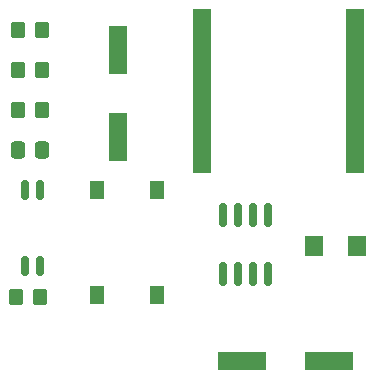
<source format=gbr>
%TF.GenerationSoftware,KiCad,Pcbnew,8.0.6*%
%TF.CreationDate,2024-11-26T16:04:19+01:00*%
%TF.ProjectId,doorbell_watcher,646f6f72-6265-46c6-9c5f-776174636865,rev?*%
%TF.SameCoordinates,Original*%
%TF.FileFunction,Paste,Top*%
%TF.FilePolarity,Positive*%
%FSLAX46Y46*%
G04 Gerber Fmt 4.6, Leading zero omitted, Abs format (unit mm)*
G04 Created by KiCad (PCBNEW 8.0.6) date 2024-11-26 16:04:19*
%MOMM*%
%LPD*%
G01*
G04 APERTURE LIST*
G04 Aperture macros list*
%AMRoundRect*
0 Rectangle with rounded corners*
0 $1 Rounding radius*
0 $2 $3 $4 $5 $6 $7 $8 $9 X,Y pos of 4 corners*
0 Add a 4 corners polygon primitive as box body*
4,1,4,$2,$3,$4,$5,$6,$7,$8,$9,$2,$3,0*
0 Add four circle primitives for the rounded corners*
1,1,$1+$1,$2,$3*
1,1,$1+$1,$4,$5*
1,1,$1+$1,$6,$7*
1,1,$1+$1,$8,$9*
0 Add four rect primitives between the rounded corners*
20,1,$1+$1,$2,$3,$4,$5,0*
20,1,$1+$1,$4,$5,$6,$7,0*
20,1,$1+$1,$6,$7,$8,$9,0*
20,1,$1+$1,$8,$9,$2,$3,0*%
G04 Aperture macros list end*
%ADD10RoundRect,0.250000X-0.350000X-0.450000X0.350000X-0.450000X0.350000X0.450000X-0.350000X0.450000X0*%
%ADD11R,1.300000X1.500000*%
%ADD12R,1.600200X4.114800*%
%ADD13RoundRect,0.150000X-0.150000X0.825000X-0.150000X-0.825000X0.150000X-0.825000X0.150000X0.825000X0*%
%ADD14RoundRect,0.150000X0.150000X-0.662500X0.150000X0.662500X-0.150000X0.662500X-0.150000X-0.662500X0*%
%ADD15RoundRect,0.250000X-0.337500X-0.475000X0.337500X-0.475000X0.337500X0.475000X-0.337500X0.475000X0*%
%ADD16R,1.524000X1.651000*%
%ADD17RoundRect,0.250000X0.350000X0.450000X-0.350000X0.450000X-0.350000X-0.450000X0.350000X-0.450000X0*%
%ADD18R,1.524000X13.970000*%
%ADD19R,4.114800X1.600200*%
G04 APERTURE END LIST*
D10*
%TO.C,R1*%
X118200000Y-109000000D03*
X120200000Y-109000000D03*
%TD*%
%TO.C,R3*%
X118400000Y-89800000D03*
X120400000Y-89800000D03*
%TD*%
%TO.C,R2*%
X118400000Y-93200000D03*
X120400000Y-93200000D03*
%TD*%
D11*
%TO.C,D1*%
X130150000Y-99950000D03*
X125050000Y-99950000D03*
X125050000Y-108850000D03*
X130150000Y-108850000D03*
%TD*%
D12*
%TO.C,C3*%
X126800000Y-88142400D03*
X126800000Y-95457600D03*
%TD*%
D13*
%TO.C,U2*%
X139505000Y-102125000D03*
X138235000Y-102125000D03*
X136965000Y-102125000D03*
X135695000Y-102125000D03*
X135695000Y-107075000D03*
X136965000Y-107075000D03*
X138235000Y-107075000D03*
X139505000Y-107075000D03*
%TD*%
D14*
%TO.C,U1*%
X118965000Y-106387500D03*
X120235000Y-106387500D03*
X120235000Y-100012500D03*
X118965000Y-100012500D03*
%TD*%
D15*
%TO.C,C2*%
X118362500Y-96600000D03*
X120437500Y-96600000D03*
%TD*%
D16*
%TO.C,D2*%
X143457000Y-104750000D03*
X147063800Y-104750000D03*
%TD*%
D17*
%TO.C,R4*%
X120400000Y-86400000D03*
X118400000Y-86400000D03*
%TD*%
D18*
%TO.C,L1*%
X146877000Y-91600000D03*
X133923000Y-91600000D03*
%TD*%
D19*
%TO.C,C1*%
X137342400Y-114500000D03*
X144657600Y-114500000D03*
%TD*%
M02*

</source>
